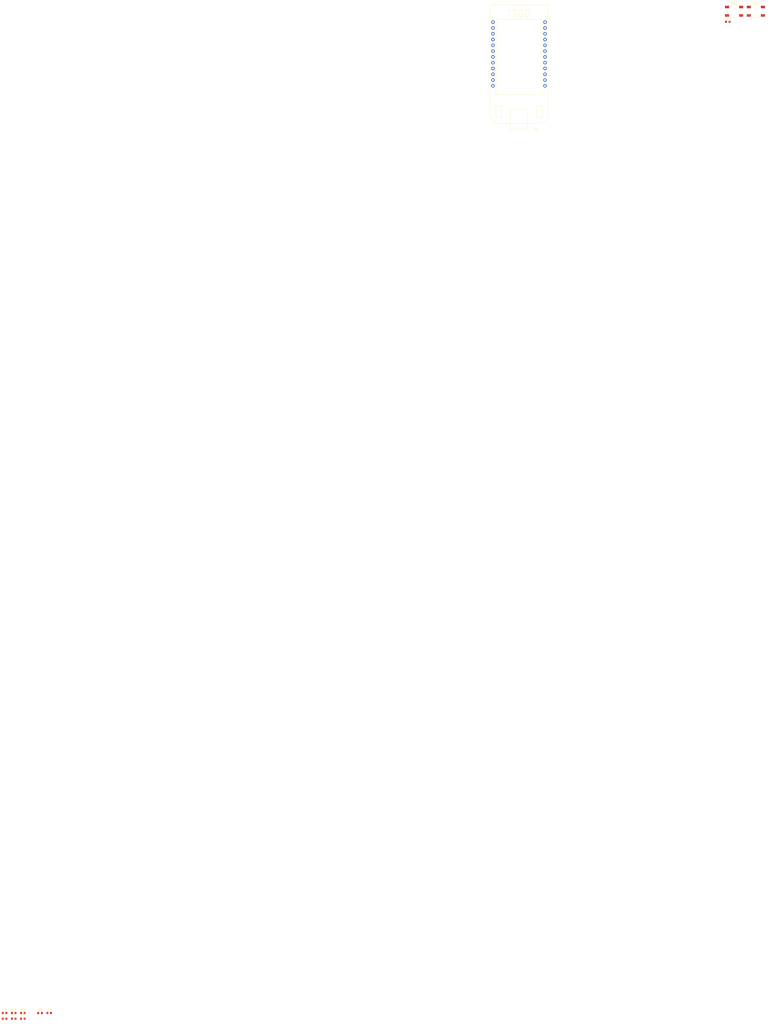
<source format=kicad_pcb>
(kicad_pcb (version 20171130) (host pcbnew 5.1.5+dfsg1-2build2)

  (general
    (thickness 1.6)
    (drawings 0)
    (tracks 0)
    (zones 0)
    (modules 12)
    (nets 7)
  )

  (page A4)
  (layers
    (0 F.Cu signal)
    (31 B.Cu signal)
    (32 B.Adhes user)
    (33 F.Adhes user)
    (34 B.Paste user)
    (35 F.Paste user)
    (36 B.SilkS user)
    (37 F.SilkS user)
    (38 B.Mask user)
    (39 F.Mask user)
    (40 Dwgs.User user)
    (41 Cmts.User user)
    (42 Eco1.User user)
    (43 Eco2.User user)
    (44 Edge.Cuts user)
    (45 Margin user)
    (46 B.CrtYd user)
    (47 F.CrtYd user)
    (48 B.Fab user)
    (49 F.Fab user)
  )

  (setup
    (last_trace_width 0.25)
    (trace_clearance 0.2)
    (zone_clearance 0.508)
    (zone_45_only no)
    (trace_min 0.2)
    (via_size 0.8)
    (via_drill 0.4)
    (via_min_size 0.4)
    (via_min_drill 0.3)
    (uvia_size 0.3)
    (uvia_drill 0.1)
    (uvias_allowed no)
    (uvia_min_size 0.2)
    (uvia_min_drill 0.1)
    (edge_width 0.05)
    (segment_width 0.2)
    (pcb_text_width 0.3)
    (pcb_text_size 1.5 1.5)
    (mod_edge_width 0.12)
    (mod_text_size 1 1)
    (mod_text_width 0.15)
    (pad_size 1.524 1.524)
    (pad_drill 0.762)
    (pad_to_mask_clearance 0.051)
    (solder_mask_min_width 0.25)
    (aux_axis_origin 0 0)
    (visible_elements FFFFFF7F)
    (pcbplotparams
      (layerselection 0x010fc_ffffffff)
      (usegerberextensions false)
      (usegerberattributes false)
      (usegerberadvancedattributes false)
      (creategerberjobfile false)
      (excludeedgelayer true)
      (linewidth 0.100000)
      (plotframeref false)
      (viasonmask false)
      (mode 1)
      (useauxorigin false)
      (hpglpennumber 1)
      (hpglpenspeed 20)
      (hpglpendiameter 15.000000)
      (psnegative false)
      (psa4output false)
      (plotreference true)
      (plotvalue true)
      (plotinvisibletext false)
      (padsonsilk false)
      (subtractmaskfromsilk false)
      (outputformat 1)
      (mirror false)
      (drillshape 1)
      (scaleselection 1)
      (outputdirectory ""))
  )

  (net 0 "")
  (net 1 +3V3)
  (net 2 GND)
  (net 3 "Net-(C1-Pad1)")
  (net 4 "Net-(C3-Pad1)")
  (net 5 "Net-(C2-Pad1)")
  (net 6 "Net-(D1-Pad2)")

  (net_class Default "This is the default net class."
    (clearance 0.2)
    (trace_width 0.25)
    (via_dia 0.8)
    (via_drill 0.4)
    (uvia_dia 0.3)
    (uvia_drill 0.1)
    (add_net +3V3)
    (add_net +5V)
    (add_net BTN_1)
    (add_net BTN_2)
    (add_net BTN_RESET)
    (add_net GND)
    (add_net "Net-(C1-Pad1)")
    (add_net "Net-(C2-Pad1)")
    (add_net "Net-(C3-Pad1)")
    (add_net "Net-(D1-Pad2)")
    (add_net "Net-(E1-Pad12)")
    (add_net "Net-(E1-Pad13)")
    (add_net "Net-(E1-Pad15)")
    (add_net "Net-(E1-Pad17)")
    (add_net "Net-(E1-Pad2)")
    (add_net "Net-(E1-Pad21)")
    (add_net "Net-(E1-Pad22)")
    (add_net "Net-(E1-Pad25)")
    (add_net "Net-(E1-Pad26)")
    (add_net "Net-(E1-Pad27)")
    (add_net "Net-(E1-Pad32)")
    (add_net "Net-(E1-Pad33)")
    (add_net "Net-(E1-Pad36)")
    (add_net "Net-(E1-Pad37)")
    (add_net "Net-(E1-Pad38)")
    (add_net "Net-(E1-Pad39)")
  )

  (module Resistor_SMD:R_0603_1608Metric (layer F.Cu) (tedit 5B301BBD) (tstamp 5F8AF600)
    (at -287.514999 -243.084999)
    (descr "Resistor SMD 0603 (1608 Metric), square (rectangular) end terminal, IPC_7351 nominal, (Body size source: http://www.tortai-tech.com/upload/download/2011102023233369053.pdf), generated with kicad-footprint-generator")
    (tags resistor)
    (path /5F8DC13F/5F8DCE0C)
    (attr smd)
    (fp_text reference R4 (at 0 -1.43) (layer F.SilkS)
      (effects (font (size 1 1) (thickness 0.15)))
    )
    (fp_text value 2k2 (at 0 1.43) (layer F.Fab)
      (effects (font (size 1 1) (thickness 0.15)))
    )
    (fp_text user %R (at 0 0) (layer F.Fab)
      (effects (font (size 0.4 0.4) (thickness 0.06)))
    )
    (fp_line (start 1.48 0.73) (end -1.48 0.73) (layer F.CrtYd) (width 0.05))
    (fp_line (start 1.48 -0.73) (end 1.48 0.73) (layer F.CrtYd) (width 0.05))
    (fp_line (start -1.48 -0.73) (end 1.48 -0.73) (layer F.CrtYd) (width 0.05))
    (fp_line (start -1.48 0.73) (end -1.48 -0.73) (layer F.CrtYd) (width 0.05))
    (fp_line (start -0.162779 0.51) (end 0.162779 0.51) (layer F.SilkS) (width 0.12))
    (fp_line (start -0.162779 -0.51) (end 0.162779 -0.51) (layer F.SilkS) (width 0.12))
    (fp_line (start 0.8 0.4) (end -0.8 0.4) (layer F.Fab) (width 0.1))
    (fp_line (start 0.8 -0.4) (end 0.8 0.4) (layer F.Fab) (width 0.1))
    (fp_line (start -0.8 -0.4) (end 0.8 -0.4) (layer F.Fab) (width 0.1))
    (fp_line (start -0.8 0.4) (end -0.8 -0.4) (layer F.Fab) (width 0.1))
    (pad 2 smd roundrect (at 0.7875 0) (size 0.875 0.95) (layers F.Cu F.Paste F.Mask) (roundrect_rratio 0.25)
      (net 1 +3V3))
    (pad 1 smd roundrect (at -0.7875 0) (size 0.875 0.95) (layers F.Cu F.Paste F.Mask) (roundrect_rratio 0.25)
      (net 6 "Net-(D1-Pad2)"))
    (model ${KISYS3DMOD}/Resistor_SMD.3dshapes/R_0603_1608Metric.wrl
      (at (xyz 0 0 0))
      (scale (xyz 1 1 1))
      (rotate (xyz 0 0 0))
    )
  )

  (module Resistor_SMD:R_0603_1608Metric (layer F.Cu) (tedit 5B301BBD) (tstamp 5F8AF5EF)
    (at -299.084999 -240.574999)
    (descr "Resistor SMD 0603 (1608 Metric), square (rectangular) end terminal, IPC_7351 nominal, (Body size source: http://www.tortai-tech.com/upload/download/2011102023233369053.pdf), generated with kicad-footprint-generator")
    (tags resistor)
    (path /5F8BD394/5F8CFBAF)
    (attr smd)
    (fp_text reference R3 (at 0 -1.43) (layer F.SilkS)
      (effects (font (size 1 1) (thickness 0.15)))
    )
    (fp_text value 2k2 (at 0 1.43) (layer F.Fab)
      (effects (font (size 1 1) (thickness 0.15)))
    )
    (fp_text user %R (at 0 0) (layer F.Fab)
      (effects (font (size 0.4 0.4) (thickness 0.06)))
    )
    (fp_line (start 1.48 0.73) (end -1.48 0.73) (layer F.CrtYd) (width 0.05))
    (fp_line (start 1.48 -0.73) (end 1.48 0.73) (layer F.CrtYd) (width 0.05))
    (fp_line (start -1.48 -0.73) (end 1.48 -0.73) (layer F.CrtYd) (width 0.05))
    (fp_line (start -1.48 0.73) (end -1.48 -0.73) (layer F.CrtYd) (width 0.05))
    (fp_line (start -0.162779 0.51) (end 0.162779 0.51) (layer F.SilkS) (width 0.12))
    (fp_line (start -0.162779 -0.51) (end 0.162779 -0.51) (layer F.SilkS) (width 0.12))
    (fp_line (start 0.8 0.4) (end -0.8 0.4) (layer F.Fab) (width 0.1))
    (fp_line (start 0.8 -0.4) (end 0.8 0.4) (layer F.Fab) (width 0.1))
    (fp_line (start -0.8 -0.4) (end 0.8 -0.4) (layer F.Fab) (width 0.1))
    (fp_line (start -0.8 0.4) (end -0.8 -0.4) (layer F.Fab) (width 0.1))
    (pad 2 smd roundrect (at 0.7875 0) (size 0.875 0.95) (layers F.Cu F.Paste F.Mask) (roundrect_rratio 0.25)
      (net 4 "Net-(C3-Pad1)"))
    (pad 1 smd roundrect (at -0.7875 0) (size 0.875 0.95) (layers F.Cu F.Paste F.Mask) (roundrect_rratio 0.25))
    (model ${KISYS3DMOD}/Resistor_SMD.3dshapes/R_0603_1608Metric.wrl
      (at (xyz 0 0 0))
      (scale (xyz 1 1 1))
      (rotate (xyz 0 0 0))
    )
  )

  (module Resistor_SMD:R_0603_1608Metric (layer F.Cu) (tedit 5B301BBD) (tstamp 5F8AF5DE)
    (at -299.084999 -243.084999)
    (descr "Resistor SMD 0603 (1608 Metric), square (rectangular) end terminal, IPC_7351 nominal, (Body size source: http://www.tortai-tech.com/upload/download/2011102023233369053.pdf), generated with kicad-footprint-generator")
    (tags resistor)
    (path /5F8BD394/5F8CDCC6)
    (attr smd)
    (fp_text reference R2 (at 0 -1.43) (layer F.SilkS)
      (effects (font (size 1 1) (thickness 0.15)))
    )
    (fp_text value 2k2 (at 0 1.43) (layer F.Fab)
      (effects (font (size 1 1) (thickness 0.15)))
    )
    (fp_text user %R (at 0 0) (layer F.Fab)
      (effects (font (size 0.4 0.4) (thickness 0.06)))
    )
    (fp_line (start 1.48 0.73) (end -1.48 0.73) (layer F.CrtYd) (width 0.05))
    (fp_line (start 1.48 -0.73) (end 1.48 0.73) (layer F.CrtYd) (width 0.05))
    (fp_line (start -1.48 -0.73) (end 1.48 -0.73) (layer F.CrtYd) (width 0.05))
    (fp_line (start -1.48 0.73) (end -1.48 -0.73) (layer F.CrtYd) (width 0.05))
    (fp_line (start -0.162779 0.51) (end 0.162779 0.51) (layer F.SilkS) (width 0.12))
    (fp_line (start -0.162779 -0.51) (end 0.162779 -0.51) (layer F.SilkS) (width 0.12))
    (fp_line (start 0.8 0.4) (end -0.8 0.4) (layer F.Fab) (width 0.1))
    (fp_line (start 0.8 -0.4) (end 0.8 0.4) (layer F.Fab) (width 0.1))
    (fp_line (start -0.8 -0.4) (end 0.8 -0.4) (layer F.Fab) (width 0.1))
    (fp_line (start -0.8 0.4) (end -0.8 -0.4) (layer F.Fab) (width 0.1))
    (pad 2 smd roundrect (at 0.7875 0) (size 0.875 0.95) (layers F.Cu F.Paste F.Mask) (roundrect_rratio 0.25)
      (net 5 "Net-(C2-Pad1)"))
    (pad 1 smd roundrect (at -0.7875 0) (size 0.875 0.95) (layers F.Cu F.Paste F.Mask) (roundrect_rratio 0.25))
    (model ${KISYS3DMOD}/Resistor_SMD.3dshapes/R_0603_1608Metric.wrl
      (at (xyz 0 0 0))
      (scale (xyz 1 1 1))
      (rotate (xyz 0 0 0))
    )
  )

  (module Resistor_SMD:R_0603_1608Metric (layer F.Cu) (tedit 5B301BBD) (tstamp 5F8AF5CD)
    (at -303.094999 -240.574999)
    (descr "Resistor SMD 0603 (1608 Metric), square (rectangular) end terminal, IPC_7351 nominal, (Body size source: http://www.tortai-tech.com/upload/download/2011102023233369053.pdf), generated with kicad-footprint-generator")
    (tags resistor)
    (path /5F8BD394/5F8C9196)
    (attr smd)
    (fp_text reference R1 (at 0 -1.43) (layer F.SilkS)
      (effects (font (size 1 1) (thickness 0.15)))
    )
    (fp_text value 2k2 (at 0 1.43) (layer F.Fab)
      (effects (font (size 1 1) (thickness 0.15)))
    )
    (fp_text user %R (at 0 0) (layer F.Fab)
      (effects (font (size 0.4 0.4) (thickness 0.06)))
    )
    (fp_line (start 1.48 0.73) (end -1.48 0.73) (layer F.CrtYd) (width 0.05))
    (fp_line (start 1.48 -0.73) (end 1.48 0.73) (layer F.CrtYd) (width 0.05))
    (fp_line (start -1.48 -0.73) (end 1.48 -0.73) (layer F.CrtYd) (width 0.05))
    (fp_line (start -1.48 0.73) (end -1.48 -0.73) (layer F.CrtYd) (width 0.05))
    (fp_line (start -0.162779 0.51) (end 0.162779 0.51) (layer F.SilkS) (width 0.12))
    (fp_line (start -0.162779 -0.51) (end 0.162779 -0.51) (layer F.SilkS) (width 0.12))
    (fp_line (start 0.8 0.4) (end -0.8 0.4) (layer F.Fab) (width 0.1))
    (fp_line (start 0.8 -0.4) (end 0.8 0.4) (layer F.Fab) (width 0.1))
    (fp_line (start -0.8 -0.4) (end 0.8 -0.4) (layer F.Fab) (width 0.1))
    (fp_line (start -0.8 0.4) (end -0.8 -0.4) (layer F.Fab) (width 0.1))
    (pad 2 smd roundrect (at 0.7875 0) (size 0.875 0.95) (layers F.Cu F.Paste F.Mask) (roundrect_rratio 0.25)
      (net 3 "Net-(C1-Pad1)"))
    (pad 1 smd roundrect (at -0.7875 0) (size 0.875 0.95) (layers F.Cu F.Paste F.Mask) (roundrect_rratio 0.25))
    (model ${KISYS3DMOD}/Resistor_SMD.3dshapes/R_0603_1608Metric.wrl
      (at (xyz 0 0 0))
      (scale (xyz 1 1 1))
      (rotate (xyz 0 0 0))
    )
  )

  (module LED_SMD:LED_0603_1608Metric (layer F.Cu) (tedit 5B301BBE) (tstamp 5F8AF558)
    (at -291.524999 -243.044999)
    (descr "LED SMD 0603 (1608 Metric), square (rectangular) end terminal, IPC_7351 nominal, (Body size source: http://www.tortai-tech.com/upload/download/2011102023233369053.pdf), generated with kicad-footprint-generator")
    (tags diode)
    (path /5F8DC13F/5F8DC28E)
    (attr smd)
    (fp_text reference D1 (at 0 -1.43) (layer F.SilkS)
      (effects (font (size 1 1) (thickness 0.15)))
    )
    (fp_text value LED (at 0 1.43) (layer F.Fab)
      (effects (font (size 1 1) (thickness 0.15)))
    )
    (fp_text user %R (at 0 0) (layer F.Fab)
      (effects (font (size 0.4 0.4) (thickness 0.06)))
    )
    (fp_line (start 1.48 0.73) (end -1.48 0.73) (layer F.CrtYd) (width 0.05))
    (fp_line (start 1.48 -0.73) (end 1.48 0.73) (layer F.CrtYd) (width 0.05))
    (fp_line (start -1.48 -0.73) (end 1.48 -0.73) (layer F.CrtYd) (width 0.05))
    (fp_line (start -1.48 0.73) (end -1.48 -0.73) (layer F.CrtYd) (width 0.05))
    (fp_line (start -1.485 0.735) (end 0.8 0.735) (layer F.SilkS) (width 0.12))
    (fp_line (start -1.485 -0.735) (end -1.485 0.735) (layer F.SilkS) (width 0.12))
    (fp_line (start 0.8 -0.735) (end -1.485 -0.735) (layer F.SilkS) (width 0.12))
    (fp_line (start 0.8 0.4) (end 0.8 -0.4) (layer F.Fab) (width 0.1))
    (fp_line (start -0.8 0.4) (end 0.8 0.4) (layer F.Fab) (width 0.1))
    (fp_line (start -0.8 -0.1) (end -0.8 0.4) (layer F.Fab) (width 0.1))
    (fp_line (start -0.5 -0.4) (end -0.8 -0.1) (layer F.Fab) (width 0.1))
    (fp_line (start 0.8 -0.4) (end -0.5 -0.4) (layer F.Fab) (width 0.1))
    (pad 2 smd roundrect (at 0.7875 0) (size 0.875 0.95) (layers F.Cu F.Paste F.Mask) (roundrect_rratio 0.25)
      (net 6 "Net-(D1-Pad2)"))
    (pad 1 smd roundrect (at -0.7875 0) (size 0.875 0.95) (layers F.Cu F.Paste F.Mask) (roundrect_rratio 0.25)
      (net 2 GND))
    (model ${KISYS3DMOD}/LED_SMD.3dshapes/LED_0603_1608Metric.wrl
      (at (xyz 0 0 0))
      (scale (xyz 1 1 1))
      (rotate (xyz 0 0 0))
    )
  )

  (module Capacitor_SMD:C_0603_1608Metric (layer F.Cu) (tedit 5B301BBE) (tstamp 5F8AF545)
    (at -303.094999 -243.084999)
    (descr "Capacitor SMD 0603 (1608 Metric), square (rectangular) end terminal, IPC_7351 nominal, (Body size source: http://www.tortai-tech.com/upload/download/2011102023233369053.pdf), generated with kicad-footprint-generator")
    (tags capacitor)
    (path /5F8BD394/5F8CFBB9)
    (attr smd)
    (fp_text reference C3 (at 0 -1.43) (layer F.SilkS)
      (effects (font (size 1 1) (thickness 0.15)))
    )
    (fp_text value 100n (at 0 1.43) (layer F.Fab)
      (effects (font (size 1 1) (thickness 0.15)))
    )
    (fp_text user %R (at 0 0) (layer F.Fab)
      (effects (font (size 0.4 0.4) (thickness 0.06)))
    )
    (fp_line (start 1.48 0.73) (end -1.48 0.73) (layer F.CrtYd) (width 0.05))
    (fp_line (start 1.48 -0.73) (end 1.48 0.73) (layer F.CrtYd) (width 0.05))
    (fp_line (start -1.48 -0.73) (end 1.48 -0.73) (layer F.CrtYd) (width 0.05))
    (fp_line (start -1.48 0.73) (end -1.48 -0.73) (layer F.CrtYd) (width 0.05))
    (fp_line (start -0.162779 0.51) (end 0.162779 0.51) (layer F.SilkS) (width 0.12))
    (fp_line (start -0.162779 -0.51) (end 0.162779 -0.51) (layer F.SilkS) (width 0.12))
    (fp_line (start 0.8 0.4) (end -0.8 0.4) (layer F.Fab) (width 0.1))
    (fp_line (start 0.8 -0.4) (end 0.8 0.4) (layer F.Fab) (width 0.1))
    (fp_line (start -0.8 -0.4) (end 0.8 -0.4) (layer F.Fab) (width 0.1))
    (fp_line (start -0.8 0.4) (end -0.8 -0.4) (layer F.Fab) (width 0.1))
    (pad 2 smd roundrect (at 0.7875 0) (size 0.875 0.95) (layers F.Cu F.Paste F.Mask) (roundrect_rratio 0.25)
      (net 2 GND))
    (pad 1 smd roundrect (at -0.7875 0) (size 0.875 0.95) (layers F.Cu F.Paste F.Mask) (roundrect_rratio 0.25)
      (net 4 "Net-(C3-Pad1)"))
    (model ${KISYS3DMOD}/Capacitor_SMD.3dshapes/C_0603_1608Metric.wrl
      (at (xyz 0 0 0))
      (scale (xyz 1 1 1))
      (rotate (xyz 0 0 0))
    )
  )

  (module Capacitor_SMD:C_0603_1608Metric (layer F.Cu) (tedit 5B301BBE) (tstamp 5F8AF534)
    (at -307.104999 -240.574999)
    (descr "Capacitor SMD 0603 (1608 Metric), square (rectangular) end terminal, IPC_7351 nominal, (Body size source: http://www.tortai-tech.com/upload/download/2011102023233369053.pdf), generated with kicad-footprint-generator")
    (tags capacitor)
    (path /5F8BD394/5F8CDCD0)
    (attr smd)
    (fp_text reference C2 (at 0 -1.43) (layer F.SilkS)
      (effects (font (size 1 1) (thickness 0.15)))
    )
    (fp_text value 100n (at 0 1.43) (layer F.Fab)
      (effects (font (size 1 1) (thickness 0.15)))
    )
    (fp_text user %R (at 0 0) (layer F.Fab)
      (effects (font (size 0.4 0.4) (thickness 0.06)))
    )
    (fp_line (start 1.48 0.73) (end -1.48 0.73) (layer F.CrtYd) (width 0.05))
    (fp_line (start 1.48 -0.73) (end 1.48 0.73) (layer F.CrtYd) (width 0.05))
    (fp_line (start -1.48 -0.73) (end 1.48 -0.73) (layer F.CrtYd) (width 0.05))
    (fp_line (start -1.48 0.73) (end -1.48 -0.73) (layer F.CrtYd) (width 0.05))
    (fp_line (start -0.162779 0.51) (end 0.162779 0.51) (layer F.SilkS) (width 0.12))
    (fp_line (start -0.162779 -0.51) (end 0.162779 -0.51) (layer F.SilkS) (width 0.12))
    (fp_line (start 0.8 0.4) (end -0.8 0.4) (layer F.Fab) (width 0.1))
    (fp_line (start 0.8 -0.4) (end 0.8 0.4) (layer F.Fab) (width 0.1))
    (fp_line (start -0.8 -0.4) (end 0.8 -0.4) (layer F.Fab) (width 0.1))
    (fp_line (start -0.8 0.4) (end -0.8 -0.4) (layer F.Fab) (width 0.1))
    (pad 2 smd roundrect (at 0.7875 0) (size 0.875 0.95) (layers F.Cu F.Paste F.Mask) (roundrect_rratio 0.25)
      (net 2 GND))
    (pad 1 smd roundrect (at -0.7875 0) (size 0.875 0.95) (layers F.Cu F.Paste F.Mask) (roundrect_rratio 0.25)
      (net 5 "Net-(C2-Pad1)"))
    (model ${KISYS3DMOD}/Capacitor_SMD.3dshapes/C_0603_1608Metric.wrl
      (at (xyz 0 0 0))
      (scale (xyz 1 1 1))
      (rotate (xyz 0 0 0))
    )
  )

  (module Capacitor_SMD:C_0603_1608Metric (layer F.Cu) (tedit 5B301BBE) (tstamp 5F8AF523)
    (at -307.104999 -243.084999)
    (descr "Capacitor SMD 0603 (1608 Metric), square (rectangular) end terminal, IPC_7351 nominal, (Body size source: http://www.tortai-tech.com/upload/download/2011102023233369053.pdf), generated with kicad-footprint-generator")
    (tags capacitor)
    (path /5F8BD394/5F8CB3A0)
    (attr smd)
    (fp_text reference C1 (at 0 -1.43) (layer F.SilkS)
      (effects (font (size 1 1) (thickness 0.15)))
    )
    (fp_text value 100n (at 0 1.43) (layer F.Fab)
      (effects (font (size 1 1) (thickness 0.15)))
    )
    (fp_text user %R (at 0 0) (layer F.Fab)
      (effects (font (size 0.4 0.4) (thickness 0.06)))
    )
    (fp_line (start 1.48 0.73) (end -1.48 0.73) (layer F.CrtYd) (width 0.05))
    (fp_line (start 1.48 -0.73) (end 1.48 0.73) (layer F.CrtYd) (width 0.05))
    (fp_line (start -1.48 -0.73) (end 1.48 -0.73) (layer F.CrtYd) (width 0.05))
    (fp_line (start -1.48 0.73) (end -1.48 -0.73) (layer F.CrtYd) (width 0.05))
    (fp_line (start -0.162779 0.51) (end 0.162779 0.51) (layer F.SilkS) (width 0.12))
    (fp_line (start -0.162779 -0.51) (end 0.162779 -0.51) (layer F.SilkS) (width 0.12))
    (fp_line (start 0.8 0.4) (end -0.8 0.4) (layer F.Fab) (width 0.1))
    (fp_line (start 0.8 -0.4) (end 0.8 0.4) (layer F.Fab) (width 0.1))
    (fp_line (start -0.8 -0.4) (end 0.8 -0.4) (layer F.Fab) (width 0.1))
    (fp_line (start -0.8 0.4) (end -0.8 -0.4) (layer F.Fab) (width 0.1))
    (pad 2 smd roundrect (at 0.7875 0) (size 0.875 0.95) (layers F.Cu F.Paste F.Mask) (roundrect_rratio 0.25)
      (net 2 GND))
    (pad 1 smd roundrect (at -0.7875 0) (size 0.875 0.95) (layers F.Cu F.Paste F.Mask) (roundrect_rratio 0.25)
      (net 3 "Net-(C1-Pad1)"))
    (model ${KISYS3DMOD}/Capacitor_SMD.3dshapes/C_0603_1608Metric.wrl
      (at (xyz 0 0 0))
      (scale (xyz 1 1 1))
      (rotate (xyz 0 0 0))
    )
  )

  (module Resistor_SMD:R_0603_1608Metric (layer F.Cu) (tedit 5B301BBD) (tstamp 5F8AE8CC)
    (at 10.445001 -678.294999)
    (descr "Resistor SMD 0603 (1608 Metric), square (rectangular) end terminal, IPC_7351 nominal, (Body size source: http://www.tortai-tech.com/upload/download/2011102023233369053.pdf), generated with kicad-footprint-generator")
    (tags resistor)
    (path /5F8BD394/5F8CDCBE)
    (attr smd)
    (fp_text reference SW3 (at 0 -1.43) (layer F.SilkS)
      (effects (font (size 1 1) (thickness 0.15)))
    )
    (fp_text value SW_Push_Dual_x2 (at 0 1.43) (layer F.Fab)
      (effects (font (size 1 1) (thickness 0.15)))
    )
    (fp_text user %R (at 0 0) (layer F.Fab)
      (effects (font (size 0.4 0.4) (thickness 0.06)))
    )
    (fp_line (start 1.48 0.73) (end -1.48 0.73) (layer F.CrtYd) (width 0.05))
    (fp_line (start 1.48 -0.73) (end 1.48 0.73) (layer F.CrtYd) (width 0.05))
    (fp_line (start -1.48 -0.73) (end 1.48 -0.73) (layer F.CrtYd) (width 0.05))
    (fp_line (start -1.48 0.73) (end -1.48 -0.73) (layer F.CrtYd) (width 0.05))
    (fp_line (start -0.162779 0.51) (end 0.162779 0.51) (layer F.SilkS) (width 0.12))
    (fp_line (start -0.162779 -0.51) (end 0.162779 -0.51) (layer F.SilkS) (width 0.12))
    (fp_line (start 0.8 0.4) (end -0.8 0.4) (layer F.Fab) (width 0.1))
    (fp_line (start 0.8 -0.4) (end 0.8 0.4) (layer F.Fab) (width 0.1))
    (fp_line (start -0.8 -0.4) (end 0.8 -0.4) (layer F.Fab) (width 0.1))
    (fp_line (start -0.8 0.4) (end -0.8 -0.4) (layer F.Fab) (width 0.1))
    (pad 2 smd roundrect (at 0.7875 0) (size 0.875 0.95) (layers F.Cu F.Paste F.Mask) (roundrect_rratio 0.25)
      (net 2 GND))
    (pad 1 smd roundrect (at -0.7875 0) (size 0.875 0.95) (layers F.Cu F.Paste F.Mask) (roundrect_rratio 0.25)
      (net 5 "Net-(C2-Pad1)"))
    (model ${KISYS3DMOD}/Resistor_SMD.3dshapes/R_0603_1608Metric.wrl
      (at (xyz 0 0 0))
      (scale (xyz 1 1 1))
      (rotate (xyz 0 0 0))
    )
  )

  (module Button_Switch_SMD:SW_SPST_SKQG_WithStem (layer F.Cu) (tedit 5ABAB6AF) (tstamp 5F8AE8BB)
    (at 22.765001 -682.924999)
    (descr "ALPS 5.2mm Square Low-profile Type (Surface Mount) SKQG Series, With stem, http://www.alps.com/prod/info/E/HTML/Tact/SurfaceMount/SKQG/SKQGAFE010.html")
    (tags "SPST Button Switch")
    (path /5F8BD394/5F8CFBA7)
    (attr smd)
    (fp_text reference SW2 (at 0 -3.6) (layer F.SilkS)
      (effects (font (size 1 1) (thickness 0.15)))
    )
    (fp_text value SW_Push_Dual_x2 (at 0 3.6) (layer F.Fab)
      (effects (font (size 1 1) (thickness 0.15)))
    )
    (fp_text user "No F.Cu tracks" (at -2.5 0.2) (layer Cmts.User)
      (effects (font (size 0.2 0.2) (thickness 0.03)))
    )
    (fp_text user "KEEP-OUT ZONE" (at -2.5 -0.2) (layer Cmts.User)
      (effects (font (size 0.2 0.2) (thickness 0.03)))
    )
    (fp_text user "KEEP-OUT ZONE" (at 2.5 -0.2) (layer Cmts.User)
      (effects (font (size 0.2 0.2) (thickness 0.03)))
    )
    (fp_text user "No F.Cu tracks" (at 2.5 0.2) (layer Cmts.User)
      (effects (font (size 0.2 0.2) (thickness 0.03)))
    )
    (fp_line (start -1 -1.3) (end -1 1.3) (layer Dwgs.User) (width 0.05))
    (fp_line (start -4 -0.3) (end -3 -1.3) (layer Dwgs.User) (width 0.05))
    (fp_line (start -2.6 1.3) (end -1 -0.3) (layer Dwgs.User) (width 0.05))
    (fp_line (start -1 -1.3) (end -3.6 1.3) (layer Dwgs.User) (width 0.05))
    (fp_line (start -4 -1.3) (end -1 -1.3) (layer Dwgs.User) (width 0.05))
    (fp_line (start -1 1.3) (end -4 1.3) (layer Dwgs.User) (width 0.05))
    (fp_line (start -4 0.7) (end -2 -1.3) (layer Dwgs.User) (width 0.05))
    (fp_line (start -4 1.3) (end -4 -1.3) (layer Dwgs.User) (width 0.05))
    (fp_line (start -1 0.7) (end -1.6 1.3) (layer Dwgs.User) (width 0.05))
    (fp_line (start 4 0.7) (end 3.4 1.3) (layer Dwgs.User) (width 0.05))
    (fp_line (start 2.4 1.3) (end 4 -0.3) (layer Dwgs.User) (width 0.05))
    (fp_line (start 4 -1.3) (end 1.4 1.3) (layer Dwgs.User) (width 0.05))
    (fp_line (start 1 0.7) (end 3 -1.3) (layer Dwgs.User) (width 0.05))
    (fp_line (start 1 -0.3) (end 2 -1.3) (layer Dwgs.User) (width 0.05))
    (fp_line (start 1 -1.3) (end 4 -1.3) (layer Dwgs.User) (width 0.05))
    (fp_line (start 1 1.3) (end 1 -1.3) (layer Dwgs.User) (width 0.05))
    (fp_line (start 4 1.3) (end 1 1.3) (layer Dwgs.User) (width 0.05))
    (fp_line (start 4 -1.3) (end 4 1.3) (layer Dwgs.User) (width 0.05))
    (fp_line (start 0.95 -1.865) (end 1.865 -0.95) (layer F.Fab) (width 0.1))
    (fp_line (start -0.95 -1.865) (end -1.865 -0.95) (layer F.Fab) (width 0.1))
    (fp_line (start -0.95 1.865) (end -1.865 0.95) (layer F.Fab) (width 0.1))
    (fp_line (start 0.95 1.865) (end 1.865 0.95) (layer F.Fab) (width 0.1))
    (fp_line (start 1.45 2.72) (end 1.94 2.23) (layer F.SilkS) (width 0.12))
    (fp_line (start -1.45 2.72) (end 1.45 2.72) (layer F.SilkS) (width 0.12))
    (fp_line (start -1.45 2.72) (end -1.94 2.23) (layer F.SilkS) (width 0.12))
    (fp_text user %R (at 0 0) (layer F.Fab)
      (effects (font (size 0.4 0.4) (thickness 0.06)))
    )
    (fp_line (start -1.45 -2.72) (end 1.45 -2.72) (layer F.SilkS) (width 0.12))
    (fp_line (start -1.45 -2.72) (end -1.94 -2.23) (layer F.SilkS) (width 0.12))
    (fp_line (start 2.72 1.04) (end 2.72 -1.04) (layer F.SilkS) (width 0.12))
    (fp_circle (center 0 0) (end 1 0) (layer F.Fab) (width 0.1))
    (fp_line (start 1.45 -2.72) (end 1.94 -2.23) (layer F.SilkS) (width 0.12))
    (fp_line (start -2.72 1.04) (end -2.72 -1.04) (layer F.SilkS) (width 0.12))
    (fp_line (start 1.865 -0.95) (end 1.865 0.95) (layer F.Fab) (width 0.1))
    (fp_line (start 0.95 1.865) (end -0.95 1.865) (layer F.Fab) (width 0.1))
    (fp_line (start -1.865 0.95) (end -1.865 -0.95) (layer F.Fab) (width 0.1))
    (fp_line (start -0.95 -1.865) (end 0.95 -1.865) (layer F.Fab) (width 0.1))
    (fp_line (start -4.25 2.85) (end 4.25 2.85) (layer F.CrtYd) (width 0.05))
    (fp_line (start 4.25 2.85) (end 4.25 -2.85) (layer F.CrtYd) (width 0.05))
    (fp_line (start 4.25 -2.85) (end -4.25 -2.85) (layer F.CrtYd) (width 0.05))
    (fp_line (start -4.25 -2.85) (end -4.25 2.85) (layer F.CrtYd) (width 0.05))
    (fp_line (start -1.4 -2.6) (end 1.4 -2.6) (layer F.Fab) (width 0.1))
    (fp_line (start -2.6 -1.4) (end -1.4 -2.6) (layer F.Fab) (width 0.1))
    (fp_line (start -2.6 1.4) (end -2.6 -1.4) (layer F.Fab) (width 0.1))
    (fp_line (start -1.4 2.6) (end -2.6 1.4) (layer F.Fab) (width 0.1))
    (fp_line (start 1.4 2.6) (end -1.4 2.6) (layer F.Fab) (width 0.1))
    (fp_line (start 2.6 1.4) (end 1.4 2.6) (layer F.Fab) (width 0.1))
    (fp_line (start 2.6 -1.4) (end 2.6 1.4) (layer F.Fab) (width 0.1))
    (fp_line (start 1.4 -2.6) (end 2.6 -1.4) (layer F.Fab) (width 0.1))
    (pad 2 smd rect (at 3.1 1.85) (size 1.8 1.1) (layers F.Cu F.Paste F.Mask)
      (net 2 GND))
    (pad 2 smd rect (at -3.1 1.85) (size 1.8 1.1) (layers F.Cu F.Paste F.Mask)
      (net 2 GND))
    (pad 1 smd rect (at 3.1 -1.85) (size 1.8 1.1) (layers F.Cu F.Paste F.Mask)
      (net 4 "Net-(C3-Pad1)"))
    (pad 1 smd rect (at -3.1 -1.85) (size 1.8 1.1) (layers F.Cu F.Paste F.Mask)
      (net 4 "Net-(C3-Pad1)"))
    (model ${KISYS3DMOD}/Button_Switch_SMD.3dshapes/SW_SPST_SKQG_WithStem.wrl
      (at (xyz 0 0 0))
      (scale (xyz 1 1 1))
      (rotate (xyz 0 0 0))
    )
  )

  (module Button_Switch_SMD:SW_SPST_SKQG_WithStem (layer F.Cu) (tedit 5ABAB6AF) (tstamp 5F8AE87F)
    (at 13.215001 -682.924999)
    (descr "ALPS 5.2mm Square Low-profile Type (Surface Mount) SKQG Series, With stem, http://www.alps.com/prod/info/E/HTML/Tact/SurfaceMount/SKQG/SKQGAFE010.html")
    (tags "SPST Button Switch")
    (path /5F8BD394/5F8BE17E)
    (attr smd)
    (fp_text reference SW1 (at 0 -3.6) (layer F.SilkS)
      (effects (font (size 1 1) (thickness 0.15)))
    )
    (fp_text value SW_Push_Dual_x2 (at 0 3.6) (layer F.Fab)
      (effects (font (size 1 1) (thickness 0.15)))
    )
    (fp_text user "No F.Cu tracks" (at -2.5 0.2) (layer Cmts.User)
      (effects (font (size 0.2 0.2) (thickness 0.03)))
    )
    (fp_text user "KEEP-OUT ZONE" (at -2.5 -0.2) (layer Cmts.User)
      (effects (font (size 0.2 0.2) (thickness 0.03)))
    )
    (fp_text user "KEEP-OUT ZONE" (at 2.5 -0.2) (layer Cmts.User)
      (effects (font (size 0.2 0.2) (thickness 0.03)))
    )
    (fp_text user "No F.Cu tracks" (at 2.5 0.2) (layer Cmts.User)
      (effects (font (size 0.2 0.2) (thickness 0.03)))
    )
    (fp_line (start -1 -1.3) (end -1 1.3) (layer Dwgs.User) (width 0.05))
    (fp_line (start -4 -0.3) (end -3 -1.3) (layer Dwgs.User) (width 0.05))
    (fp_line (start -2.6 1.3) (end -1 -0.3) (layer Dwgs.User) (width 0.05))
    (fp_line (start -1 -1.3) (end -3.6 1.3) (layer Dwgs.User) (width 0.05))
    (fp_line (start -4 -1.3) (end -1 -1.3) (layer Dwgs.User) (width 0.05))
    (fp_line (start -1 1.3) (end -4 1.3) (layer Dwgs.User) (width 0.05))
    (fp_line (start -4 0.7) (end -2 -1.3) (layer Dwgs.User) (width 0.05))
    (fp_line (start -4 1.3) (end -4 -1.3) (layer Dwgs.User) (width 0.05))
    (fp_line (start -1 0.7) (end -1.6 1.3) (layer Dwgs.User) (width 0.05))
    (fp_line (start 4 0.7) (end 3.4 1.3) (layer Dwgs.User) (width 0.05))
    (fp_line (start 2.4 1.3) (end 4 -0.3) (layer Dwgs.User) (width 0.05))
    (fp_line (start 4 -1.3) (end 1.4 1.3) (layer Dwgs.User) (width 0.05))
    (fp_line (start 1 0.7) (end 3 -1.3) (layer Dwgs.User) (width 0.05))
    (fp_line (start 1 -0.3) (end 2 -1.3) (layer Dwgs.User) (width 0.05))
    (fp_line (start 1 -1.3) (end 4 -1.3) (layer Dwgs.User) (width 0.05))
    (fp_line (start 1 1.3) (end 1 -1.3) (layer Dwgs.User) (width 0.05))
    (fp_line (start 4 1.3) (end 1 1.3) (layer Dwgs.User) (width 0.05))
    (fp_line (start 4 -1.3) (end 4 1.3) (layer Dwgs.User) (width 0.05))
    (fp_line (start 0.95 -1.865) (end 1.865 -0.95) (layer F.Fab) (width 0.1))
    (fp_line (start -0.95 -1.865) (end -1.865 -0.95) (layer F.Fab) (width 0.1))
    (fp_line (start -0.95 1.865) (end -1.865 0.95) (layer F.Fab) (width 0.1))
    (fp_line (start 0.95 1.865) (end 1.865 0.95) (layer F.Fab) (width 0.1))
    (fp_line (start 1.45 2.72) (end 1.94 2.23) (layer F.SilkS) (width 0.12))
    (fp_line (start -1.45 2.72) (end 1.45 2.72) (layer F.SilkS) (width 0.12))
    (fp_line (start -1.45 2.72) (end -1.94 2.23) (layer F.SilkS) (width 0.12))
    (fp_text user %R (at 0 0) (layer F.Fab)
      (effects (font (size 0.4 0.4) (thickness 0.06)))
    )
    (fp_line (start -1.45 -2.72) (end 1.45 -2.72) (layer F.SilkS) (width 0.12))
    (fp_line (start -1.45 -2.72) (end -1.94 -2.23) (layer F.SilkS) (width 0.12))
    (fp_line (start 2.72 1.04) (end 2.72 -1.04) (layer F.SilkS) (width 0.12))
    (fp_circle (center 0 0) (end 1 0) (layer F.Fab) (width 0.1))
    (fp_line (start 1.45 -2.72) (end 1.94 -2.23) (layer F.SilkS) (width 0.12))
    (fp_line (start -2.72 1.04) (end -2.72 -1.04) (layer F.SilkS) (width 0.12))
    (fp_line (start 1.865 -0.95) (end 1.865 0.95) (layer F.Fab) (width 0.1))
    (fp_line (start 0.95 1.865) (end -0.95 1.865) (layer F.Fab) (width 0.1))
    (fp_line (start -1.865 0.95) (end -1.865 -0.95) (layer F.Fab) (width 0.1))
    (fp_line (start -0.95 -1.865) (end 0.95 -1.865) (layer F.Fab) (width 0.1))
    (fp_line (start -4.25 2.85) (end 4.25 2.85) (layer F.CrtYd) (width 0.05))
    (fp_line (start 4.25 2.85) (end 4.25 -2.85) (layer F.CrtYd) (width 0.05))
    (fp_line (start 4.25 -2.85) (end -4.25 -2.85) (layer F.CrtYd) (width 0.05))
    (fp_line (start -4.25 -2.85) (end -4.25 2.85) (layer F.CrtYd) (width 0.05))
    (fp_line (start -1.4 -2.6) (end 1.4 -2.6) (layer F.Fab) (width 0.1))
    (fp_line (start -2.6 -1.4) (end -1.4 -2.6) (layer F.Fab) (width 0.1))
    (fp_line (start -2.6 1.4) (end -2.6 -1.4) (layer F.Fab) (width 0.1))
    (fp_line (start -1.4 2.6) (end -2.6 1.4) (layer F.Fab) (width 0.1))
    (fp_line (start 1.4 2.6) (end -1.4 2.6) (layer F.Fab) (width 0.1))
    (fp_line (start 2.6 1.4) (end 1.4 2.6) (layer F.Fab) (width 0.1))
    (fp_line (start 2.6 -1.4) (end 2.6 1.4) (layer F.Fab) (width 0.1))
    (fp_line (start 1.4 -2.6) (end 2.6 -1.4) (layer F.Fab) (width 0.1))
    (pad 2 smd rect (at 3.1 1.85) (size 1.8 1.1) (layers F.Cu F.Paste F.Mask)
      (net 2 GND))
    (pad 2 smd rect (at -3.1 1.85) (size 1.8 1.1) (layers F.Cu F.Paste F.Mask)
      (net 2 GND))
    (pad 1 smd rect (at 3.1 -1.85) (size 1.8 1.1) (layers F.Cu F.Paste F.Mask)
      (net 3 "Net-(C1-Pad1)"))
    (pad 1 smd rect (at -3.1 -1.85) (size 1.8 1.1) (layers F.Cu F.Paste F.Mask)
      (net 3 "Net-(C1-Pad1)"))
    (model ${KISYS3DMOD}/Button_Switch_SMD.3dshapes/SW_SPST_SKQG_WithStem.wrl
      (at (xyz 0 0 0))
      (scale (xyz 1 1 1))
      (rotate (xyz 0 0 0))
    )
  )

  (module ESP32-TTGO-T-Display:ESP32-TTGO-T-Display (layer F.Cu) (tedit 5F89F668) (tstamp 5F8AE843)
    (at -81.219999 -660.339999)
    (path /5F8A9387)
    (fp_text reference E1 (at 7.62 29.21) (layer F.SilkS)
      (effects (font (size 1 1) (thickness 0.15)))
    )
    (fp_text value ESP32-TTGO-T-Display (at 0 -26.67) (layer F.Fab)
      (effects (font (size 1 1) (thickness 0.15)))
    )
    (fp_line (start 3.81 20.32) (end 3.81 29.21) (layer F.SilkS) (width 0.12))
    (fp_line (start -3.81 20.32) (end 3.81 20.32) (layer F.SilkS) (width 0.12))
    (fp_line (start -3.81 29.21) (end -3.81 20.32) (layer F.SilkS) (width 0.12))
    (fp_line (start 3.81 29.21) (end -3.81 29.21) (layer F.SilkS) (width 0.12))
    (fp_line (start -10.16 19.05) (end -10.16 24.13) (layer F.SilkS) (width 0.12))
    (fp_line (start -7.62 19.05) (end -10.16 19.05) (layer F.SilkS) (width 0.12))
    (fp_line (start -7.62 24.13) (end -7.62 19.05) (layer F.SilkS) (width 0.12))
    (fp_line (start -10.16 24.13) (end -7.62 24.13) (layer F.SilkS) (width 0.12))
    (fp_line (start 7.62 24.13) (end 10.16 24.13) (layer F.SilkS) (width 0.12))
    (fp_line (start 7.62 19.05) (end 7.62 24.13) (layer F.SilkS) (width 0.12))
    (fp_line (start 10.16 19.05) (end 7.62 19.05) (layer F.SilkS) (width 0.12))
    (fp_line (start 10.16 24.13) (end 10.16 19.05) (layer F.SilkS) (width 0.12))
    (fp_text user TTGO (at 0 -21.59 unlocked) (layer F.SilkS)
      (effects (font (size 3 3) (thickness 0.15)))
    )
    (fp_line (start -10.16 13.97) (end -10.16 -19.05) (layer F.SilkS) (width 0.12))
    (fp_line (start 10.16 13.97) (end -10.16 13.97) (layer F.SilkS) (width 0.12))
    (fp_line (start 10.16 -19.05) (end 10.16 13.97) (layer F.SilkS) (width 0.12))
    (fp_line (start -10.16 -19.05) (end 10.16 -19.05) (layer F.SilkS) (width 0.12))
    (fp_line (start 10.16 26.67) (end 12.7 24.13) (layer F.SilkS) (width 0.12))
    (fp_line (start -12.7 24.13) (end -10.16 26.67) (layer F.SilkS) (width 0.12))
    (fp_line (start 12.7 24.13) (end 12.7 -25.4) (layer F.SilkS) (width 0.12))
    (fp_line (start -10.16 26.67) (end 10.16 26.67) (layer F.SilkS) (width 0.12))
    (fp_line (start -12.7 -25.4) (end -12.7 24.13) (layer F.SilkS) (width 0.12))
    (fp_line (start 12.7 -25.4) (end -12.7 -25.4) (layer F.SilkS) (width 0.12))
    (pad 3V3-1 thru_hole circle (at -11.43 10.16) (size 1.524 1.524) (drill 0.762) (layers *.Cu *.Mask)
      (net 1 +3V3))
    (pad G4 thru_hole circle (at -11.43 7.62) (size 1.524 1.524) (drill 0.762) (layers *.Cu *.Mask)
      (net 2 GND))
    (pad G3 thru_hole circle (at -11.43 5.08) (size 1.524 1.524) (drill 0.762) (layers *.Cu *.Mask)
      (net 2 GND))
    (pad 12 thru_hole circle (at -11.43 2.54) (size 1.524 1.524) (drill 0.762) (layers *.Cu *.Mask))
    (pad 13 thru_hole circle (at -11.43 0) (size 1.524 1.524) (drill 0.762) (layers *.Cu *.Mask))
    (pad 15 thru_hole circle (at -11.43 -2.54) (size 1.524 1.524) (drill 0.762) (layers *.Cu *.Mask))
    (pad 2 thru_hole circle (at -11.43 -5.08) (size 1.524 1.524) (drill 0.762) (layers *.Cu *.Mask))
    (pad 17 thru_hole circle (at -11.43 -7.62) (size 1.524 1.524) (drill 0.762) (layers *.Cu *.Mask))
    (pad 22 thru_hole circle (at -11.43 -10.16) (size 1.524 1.524) (drill 0.762) (layers *.Cu *.Mask))
    (pad 21 thru_hole circle (at -11.43 -12.7) (size 1.524 1.524) (drill 0.762) (layers *.Cu *.Mask))
    (pad G2 thru_hole circle (at -11.43 -15.24) (size 1.524 1.524) (drill 0.762) (layers *.Cu *.Mask)
      (net 2 GND))
    (pad G1 thru_hole circle (at -11.43 -17.78) (size 1.524 1.524) (drill 0.762) (layers *.Cu *.Mask)
      (net 2 GND))
    (pad 5V thru_hole circle (at 11.43 10.16) (size 1.524 1.524) (drill 0.762) (layers *.Cu *.Mask))
    (pad G5 thru_hole circle (at 11.43 7.62) (size 1.524 1.524) (drill 0.762) (layers *.Cu *.Mask)
      (net 2 GND))
    (pad 27 thru_hole circle (at 11.43 5.08) (size 1.524 1.524) (drill 0.762) (layers *.Cu *.Mask))
    (pad 26 thru_hole circle (at 11.43 2.54) (size 1.524 1.524) (drill 0.762) (layers *.Cu *.Mask))
    (pad 25 thru_hole circle (at 11.43 0) (size 1.524 1.524) (drill 0.762) (layers *.Cu *.Mask))
    (pad 33 thru_hole circle (at 11.43 -2.54) (size 1.524 1.524) (drill 0.762) (layers *.Cu *.Mask))
    (pad 32 thru_hole circle (at 11.43 -5.08) (size 1.524 1.524) (drill 0.762) (layers *.Cu *.Mask))
    (pad 39 thru_hole circle (at 11.43 -7.62) (size 1.524 1.524) (drill 0.762) (layers *.Cu *.Mask))
    (pad 38 thru_hole circle (at 11.43 -10.16) (size 1.524 1.524) (drill 0.762) (layers *.Cu *.Mask))
    (pad 37 thru_hole circle (at 11.43 -12.7) (size 1.524 1.524) (drill 0.762) (layers *.Cu *.Mask))
    (pad 36 thru_hole circle (at 11.43 -15.24) (size 1.524 1.524) (drill 0.762) (layers *.Cu *.Mask))
    (pad 3V3-2 thru_hole circle (at 11.43 -17.78) (size 1.524 1.524) (drill 0.762) (layers *.Cu *.Mask)
      (net 1 +3V3))
  )

)

</source>
